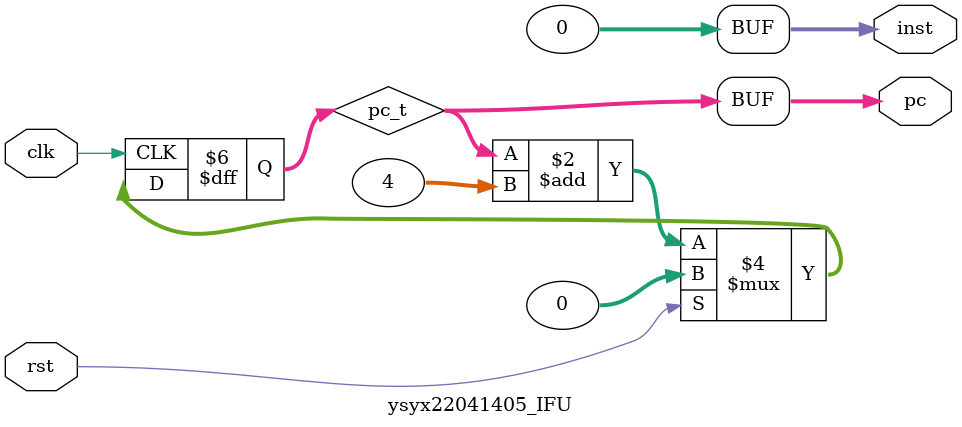
<source format=v>
module ysyx22041405_IFU#(parameter WIDTH = 32)(
    input clk,
    input rst,
    output [WIDTH - 1: 0] inst,
    output [WIDTH - 1: 0] pc
);
    reg [WIDTH - 1: 0] pc_t;

    always @(posedge clk) begin
        if(rst) begin
            pc_t <= {WIDTH{0}};
        end
        else begin
            pc_t <= pc_t + 4;
        end
    end
    assign pc   = pc_t;
    assign inst = {WIDTH{0}};// ToDo
    
endmodule //ysyx22041405_IFU

</source>
